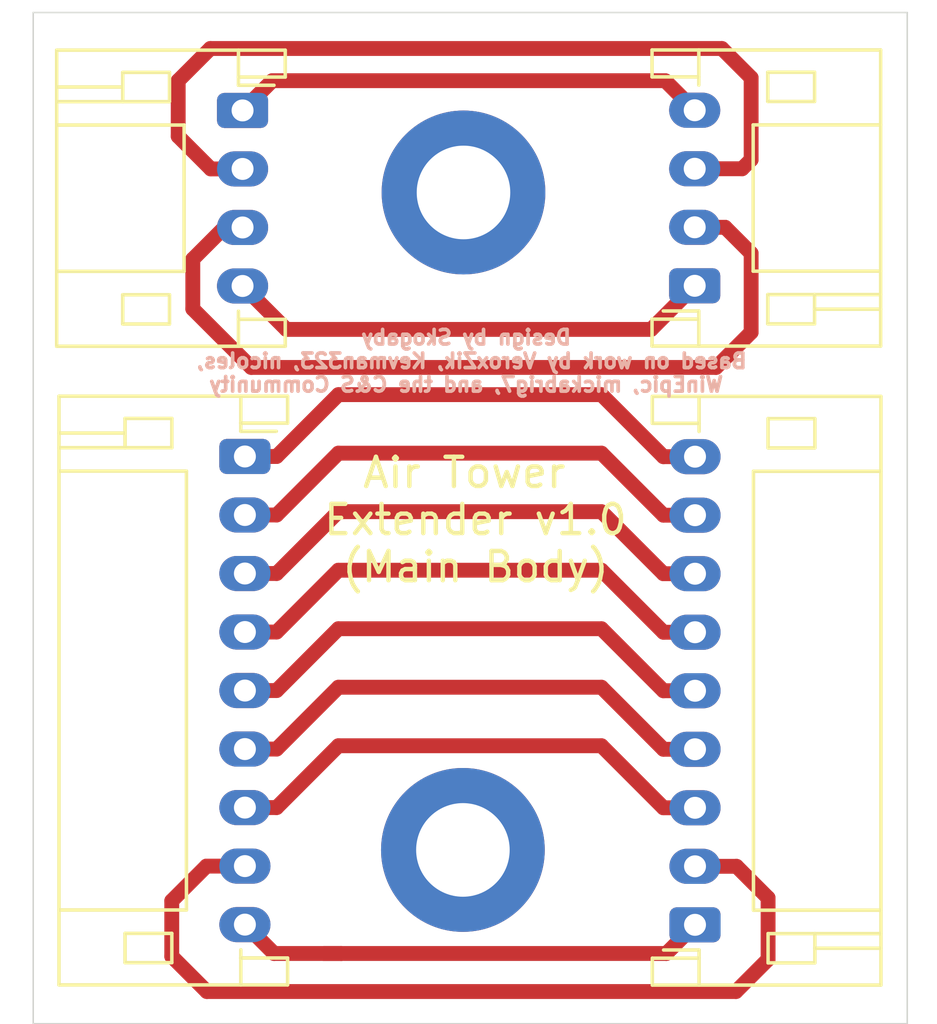
<source format=kicad_pcb>
(kicad_pcb (version 20171130) (host pcbnew "(5.1.9)-1")

  (general
    (thickness 1.6)
    (drawings 6)
    (tracks 76)
    (zones 0)
    (modules 6)
    (nets 14)
  )

  (page A4)
  (layers
    (0 F.Cu signal)
    (31 B.Cu signal)
    (32 B.Adhes user)
    (33 F.Adhes user)
    (34 B.Paste user)
    (35 F.Paste user)
    (36 B.SilkS user)
    (37 F.SilkS user)
    (38 B.Mask user)
    (39 F.Mask user)
    (40 Dwgs.User user)
    (41 Cmts.User user)
    (42 Eco1.User user)
    (43 Eco2.User user)
    (44 Edge.Cuts user)
    (45 Margin user)
    (46 B.CrtYd user)
    (47 F.CrtYd user)
    (48 B.Fab user)
    (49 F.Fab user)
  )

  (setup
    (last_trace_width 0.25)
    (user_trace_width 0.508)
    (trace_clearance 0.2)
    (zone_clearance 0.508)
    (zone_45_only no)
    (trace_min 0.2)
    (via_size 0.8)
    (via_drill 0.4)
    (via_min_size 0.4)
    (via_min_drill 0.3)
    (uvia_size 0.3)
    (uvia_drill 0.1)
    (uvias_allowed no)
    (uvia_min_size 0.2)
    (uvia_min_drill 0.1)
    (edge_width 0.05)
    (segment_width 0.2)
    (pcb_text_width 0.3)
    (pcb_text_size 1.5 1.5)
    (mod_edge_width 0.12)
    (mod_text_size 1 1)
    (mod_text_width 0.15)
    (pad_size 1.524 1.524)
    (pad_drill 0.762)
    (pad_to_mask_clearance 0)
    (aux_axis_origin 0 0)
    (visible_elements 7FFFFFFF)
    (pcbplotparams
      (layerselection 0x010fc_ffffffff)
      (usegerberextensions false)
      (usegerberattributes true)
      (usegerberadvancedattributes true)
      (creategerberjobfile true)
      (excludeedgelayer true)
      (linewidth 0.100000)
      (plotframeref false)
      (viasonmask false)
      (mode 1)
      (useauxorigin false)
      (hpglpennumber 1)
      (hpglpenspeed 20)
      (hpglpendiameter 15.000000)
      (psnegative false)
      (psa4output false)
      (plotreference true)
      (plotvalue true)
      (plotinvisibletext false)
      (padsonsilk false)
      (subtractmaskfromsilk false)
      (outputformat 1)
      (mirror false)
      (drillshape 0)
      (scaleselection 1)
      (outputdirectory "gerbers/"))
  )

  (net 0 "")
  (net 1 "Net-(J1-Pad4)")
  (net 2 "Net-(J1-Pad3)")
  (net 3 "Net-(J1-Pad2)")
  (net 4 "Net-(J1-Pad1)")
  (net 5 "Net-(J3-Pad8)")
  (net 6 "Net-(J3-Pad7)")
  (net 7 "Net-(J3-Pad6)")
  (net 8 "Net-(J3-Pad5)")
  (net 9 "Net-(J3-Pad4)")
  (net 10 "Net-(J3-Pad3)")
  (net 11 "Net-(J3-Pad2)")
  (net 12 "Net-(J3-Pad1)")
  (net 13 "Net-(J3-Pad9)")

  (net_class Default "This is the default net class."
    (clearance 0.2)
    (trace_width 0.25)
    (via_dia 0.8)
    (via_drill 0.4)
    (uvia_dia 0.3)
    (uvia_drill 0.1)
    (add_net "Net-(J1-Pad1)")
    (add_net "Net-(J1-Pad2)")
    (add_net "Net-(J1-Pad3)")
    (add_net "Net-(J1-Pad4)")
    (add_net "Net-(J3-Pad1)")
    (add_net "Net-(J3-Pad2)")
    (add_net "Net-(J3-Pad3)")
    (add_net "Net-(J3-Pad4)")
    (add_net "Net-(J3-Pad5)")
    (add_net "Net-(J3-Pad6)")
    (add_net "Net-(J3-Pad7)")
    (add_net "Net-(J3-Pad8)")
    (add_net "Net-(J3-Pad9)")
  )

  (module Connector_JST:JST_PH_S9B-PH-K_1x09_P2.00mm_Horizontal (layer F.Cu) (tedit 5B7745C6) (tstamp 60431777)
    (at 82.2 75.12 90)
    (descr "JST PH series connector, S9B-PH-K (http://www.jst-mfg.com/product/pdf/eng/ePH.pdf), generated with kicad-footprint-generator")
    (tags "connector JST PH top entry")
    (path /604266B7)
    (fp_text reference J4 (at 8 -2.55 90) (layer F.SilkS) hide
      (effects (font (size 1 1) (thickness 0.15)))
    )
    (fp_text value Conn_01x09_Male (at 8 7.45 90) (layer F.Fab)
      (effects (font (size 1 1) (thickness 0.15)))
    )
    (fp_line (start 0.5 1.375) (end 0 0.875) (layer F.Fab) (width 0.1))
    (fp_line (start -0.5 1.375) (end 0.5 1.375) (layer F.Fab) (width 0.1))
    (fp_line (start 0 0.875) (end -0.5 1.375) (layer F.Fab) (width 0.1))
    (fp_line (start -0.86 0.14) (end -0.86 -1.075) (layer F.SilkS) (width 0.12))
    (fp_line (start 17.25 0.25) (end -1.25 0.25) (layer F.Fab) (width 0.1))
    (fp_line (start 17.25 -1.35) (end 17.25 0.25) (layer F.Fab) (width 0.1))
    (fp_line (start 17.95 -1.35) (end 17.25 -1.35) (layer F.Fab) (width 0.1))
    (fp_line (start 17.95 6.25) (end 17.95 -1.35) (layer F.Fab) (width 0.1))
    (fp_line (start -1.95 6.25) (end 17.95 6.25) (layer F.Fab) (width 0.1))
    (fp_line (start -1.95 -1.35) (end -1.95 6.25) (layer F.Fab) (width 0.1))
    (fp_line (start -1.25 -1.35) (end -1.95 -1.35) (layer F.Fab) (width 0.1))
    (fp_line (start -1.25 0.25) (end -1.25 -1.35) (layer F.Fab) (width 0.1))
    (fp_line (start 18.45 -1.85) (end -2.45 -1.85) (layer F.CrtYd) (width 0.05))
    (fp_line (start 18.45 6.75) (end 18.45 -1.85) (layer F.CrtYd) (width 0.05))
    (fp_line (start -2.45 6.75) (end 18.45 6.75) (layer F.CrtYd) (width 0.05))
    (fp_line (start -2.45 -1.85) (end -2.45 6.75) (layer F.CrtYd) (width 0.05))
    (fp_line (start -0.8 4.1) (end -0.8 6.36) (layer F.SilkS) (width 0.12))
    (fp_line (start -0.3 4.1) (end -0.3 6.36) (layer F.SilkS) (width 0.12))
    (fp_line (start 16.3 2.5) (end 17.3 2.5) (layer F.SilkS) (width 0.12))
    (fp_line (start 16.3 4.1) (end 16.3 2.5) (layer F.SilkS) (width 0.12))
    (fp_line (start 17.3 4.1) (end 16.3 4.1) (layer F.SilkS) (width 0.12))
    (fp_line (start 17.3 2.5) (end 17.3 4.1) (layer F.SilkS) (width 0.12))
    (fp_line (start -0.3 2.5) (end -1.3 2.5) (layer F.SilkS) (width 0.12))
    (fp_line (start -0.3 4.1) (end -0.3 2.5) (layer F.SilkS) (width 0.12))
    (fp_line (start -1.3 4.1) (end -0.3 4.1) (layer F.SilkS) (width 0.12))
    (fp_line (start -1.3 2.5) (end -1.3 4.1) (layer F.SilkS) (width 0.12))
    (fp_line (start 18.06 0.14) (end 17.14 0.14) (layer F.SilkS) (width 0.12))
    (fp_line (start -2.06 0.14) (end -1.14 0.14) (layer F.SilkS) (width 0.12))
    (fp_line (start 15.5 2) (end 15.5 6.36) (layer F.SilkS) (width 0.12))
    (fp_line (start 0.5 2) (end 15.5 2) (layer F.SilkS) (width 0.12))
    (fp_line (start 0.5 6.36) (end 0.5 2) (layer F.SilkS) (width 0.12))
    (fp_line (start 17.14 0.14) (end 16.86 0.14) (layer F.SilkS) (width 0.12))
    (fp_line (start 17.14 -1.46) (end 17.14 0.14) (layer F.SilkS) (width 0.12))
    (fp_line (start 18.06 -1.46) (end 17.14 -1.46) (layer F.SilkS) (width 0.12))
    (fp_line (start 18.06 6.36) (end 18.06 -1.46) (layer F.SilkS) (width 0.12))
    (fp_line (start -2.06 6.36) (end 18.06 6.36) (layer F.SilkS) (width 0.12))
    (fp_line (start -2.06 -1.46) (end -2.06 6.36) (layer F.SilkS) (width 0.12))
    (fp_line (start -1.14 -1.46) (end -2.06 -1.46) (layer F.SilkS) (width 0.12))
    (fp_line (start -1.14 0.14) (end -1.14 -1.46) (layer F.SilkS) (width 0.12))
    (fp_line (start -0.86 0.14) (end -1.14 0.14) (layer F.SilkS) (width 0.12))
    (fp_text user %R (at 8 2.5 90) (layer F.Fab)
      (effects (font (size 1 1) (thickness 0.15)))
    )
    (pad 9 thru_hole oval (at 16 0 90) (size 1.2 1.75) (drill 0.75) (layers *.Cu *.Mask)
      (net 12 "Net-(J3-Pad1)"))
    (pad 8 thru_hole oval (at 14 0 90) (size 1.2 1.75) (drill 0.75) (layers *.Cu *.Mask)
      (net 11 "Net-(J3-Pad2)"))
    (pad 7 thru_hole oval (at 12 0 90) (size 1.2 1.75) (drill 0.75) (layers *.Cu *.Mask)
      (net 10 "Net-(J3-Pad3)"))
    (pad 6 thru_hole oval (at 10 0 90) (size 1.2 1.75) (drill 0.75) (layers *.Cu *.Mask)
      (net 9 "Net-(J3-Pad4)"))
    (pad 5 thru_hole oval (at 8 0 90) (size 1.2 1.75) (drill 0.75) (layers *.Cu *.Mask)
      (net 8 "Net-(J3-Pad5)"))
    (pad 4 thru_hole oval (at 6 0 90) (size 1.2 1.75) (drill 0.75) (layers *.Cu *.Mask)
      (net 7 "Net-(J3-Pad6)"))
    (pad 3 thru_hole oval (at 4 0 90) (size 1.2 1.75) (drill 0.75) (layers *.Cu *.Mask)
      (net 6 "Net-(J3-Pad7)"))
    (pad 2 thru_hole oval (at 2 0 90) (size 1.2 1.75) (drill 0.75) (layers *.Cu *.Mask)
      (net 5 "Net-(J3-Pad8)"))
    (pad 1 thru_hole roundrect (at 0 0 90) (size 1.2 1.75) (drill 0.75) (layers *.Cu *.Mask) (roundrect_rratio 0.2083325)
      (net 13 "Net-(J3-Pad9)"))
    (model ${KISYS3DMOD}/Connector_JST.3dshapes/JST_PH_S9B-PH-K_1x09_P2.00mm_Horizontal.wrl
      (at (xyz 0 0 0))
      (scale (xyz 1 1 1))
      (rotate (xyz 0 0 0))
    )
  )

  (module Connector_JST:JST_PH_S4B-PH-K_1x04_P2.00mm_Horizontal (layer F.Cu) (tedit 5B7745C6) (tstamp 60430E9E)
    (at 82.19 53.28 90)
    (descr "JST PH series connector, S4B-PH-K (http://www.jst-mfg.com/product/pdf/eng/ePH.pdf), generated with kicad-footprint-generator")
    (tags "connector JST PH top entry")
    (path /6042AB66)
    (fp_text reference J2 (at 3 -2.55 90) (layer F.SilkS) hide
      (effects (font (size 1 1) (thickness 0.15)))
    )
    (fp_text value Conn_01x04_Male (at 3 7.45 90) (layer F.Fab)
      (effects (font (size 1 1) (thickness 0.15)))
    )
    (fp_line (start 0.5 1.375) (end 0 0.875) (layer F.Fab) (width 0.1))
    (fp_line (start -0.5 1.375) (end 0.5 1.375) (layer F.Fab) (width 0.1))
    (fp_line (start 0 0.875) (end -0.5 1.375) (layer F.Fab) (width 0.1))
    (fp_line (start -0.86 0.14) (end -0.86 -1.075) (layer F.SilkS) (width 0.12))
    (fp_line (start 7.25 0.25) (end -1.25 0.25) (layer F.Fab) (width 0.1))
    (fp_line (start 7.25 -1.35) (end 7.25 0.25) (layer F.Fab) (width 0.1))
    (fp_line (start 7.95 -1.35) (end 7.25 -1.35) (layer F.Fab) (width 0.1))
    (fp_line (start 7.95 6.25) (end 7.95 -1.35) (layer F.Fab) (width 0.1))
    (fp_line (start -1.95 6.25) (end 7.95 6.25) (layer F.Fab) (width 0.1))
    (fp_line (start -1.95 -1.35) (end -1.95 6.25) (layer F.Fab) (width 0.1))
    (fp_line (start -1.25 -1.35) (end -1.95 -1.35) (layer F.Fab) (width 0.1))
    (fp_line (start -1.25 0.25) (end -1.25 -1.35) (layer F.Fab) (width 0.1))
    (fp_line (start 8.45 -1.85) (end -2.45 -1.85) (layer F.CrtYd) (width 0.05))
    (fp_line (start 8.45 6.75) (end 8.45 -1.85) (layer F.CrtYd) (width 0.05))
    (fp_line (start -2.45 6.75) (end 8.45 6.75) (layer F.CrtYd) (width 0.05))
    (fp_line (start -2.45 -1.85) (end -2.45 6.75) (layer F.CrtYd) (width 0.05))
    (fp_line (start -0.8 4.1) (end -0.8 6.36) (layer F.SilkS) (width 0.12))
    (fp_line (start -0.3 4.1) (end -0.3 6.36) (layer F.SilkS) (width 0.12))
    (fp_line (start 6.3 2.5) (end 7.3 2.5) (layer F.SilkS) (width 0.12))
    (fp_line (start 6.3 4.1) (end 6.3 2.5) (layer F.SilkS) (width 0.12))
    (fp_line (start 7.3 4.1) (end 6.3 4.1) (layer F.SilkS) (width 0.12))
    (fp_line (start 7.3 2.5) (end 7.3 4.1) (layer F.SilkS) (width 0.12))
    (fp_line (start -0.3 2.5) (end -1.3 2.5) (layer F.SilkS) (width 0.12))
    (fp_line (start -0.3 4.1) (end -0.3 2.5) (layer F.SilkS) (width 0.12))
    (fp_line (start -1.3 4.1) (end -0.3 4.1) (layer F.SilkS) (width 0.12))
    (fp_line (start -1.3 2.5) (end -1.3 4.1) (layer F.SilkS) (width 0.12))
    (fp_line (start 8.06 0.14) (end 7.14 0.14) (layer F.SilkS) (width 0.12))
    (fp_line (start -2.06 0.14) (end -1.14 0.14) (layer F.SilkS) (width 0.12))
    (fp_line (start 5.5 2) (end 5.5 6.36) (layer F.SilkS) (width 0.12))
    (fp_line (start 0.5 2) (end 5.5 2) (layer F.SilkS) (width 0.12))
    (fp_line (start 0.5 6.36) (end 0.5 2) (layer F.SilkS) (width 0.12))
    (fp_line (start 7.14 0.14) (end 6.86 0.14) (layer F.SilkS) (width 0.12))
    (fp_line (start 7.14 -1.46) (end 7.14 0.14) (layer F.SilkS) (width 0.12))
    (fp_line (start 8.06 -1.46) (end 7.14 -1.46) (layer F.SilkS) (width 0.12))
    (fp_line (start 8.06 6.36) (end 8.06 -1.46) (layer F.SilkS) (width 0.12))
    (fp_line (start -2.06 6.36) (end 8.06 6.36) (layer F.SilkS) (width 0.12))
    (fp_line (start -2.06 -1.46) (end -2.06 6.36) (layer F.SilkS) (width 0.12))
    (fp_line (start -1.14 -1.46) (end -2.06 -1.46) (layer F.SilkS) (width 0.12))
    (fp_line (start -1.14 0.14) (end -1.14 -1.46) (layer F.SilkS) (width 0.12))
    (fp_line (start -0.86 0.14) (end -1.14 0.14) (layer F.SilkS) (width 0.12))
    (fp_text user %R (at 3 2.5 90) (layer F.Fab)
      (effects (font (size 1 1) (thickness 0.15)))
    )
    (pad 4 thru_hole oval (at 6 0 90) (size 1.2 1.75) (drill 0.75) (layers *.Cu *.Mask)
      (net 4 "Net-(J1-Pad1)"))
    (pad 3 thru_hole oval (at 4 0 90) (size 1.2 1.75) (drill 0.75) (layers *.Cu *.Mask)
      (net 3 "Net-(J1-Pad2)"))
    (pad 2 thru_hole oval (at 2 0 90) (size 1.2 1.75) (drill 0.75) (layers *.Cu *.Mask)
      (net 2 "Net-(J1-Pad3)"))
    (pad 1 thru_hole roundrect (at 0 0 90) (size 1.2 1.75) (drill 0.75) (layers *.Cu *.Mask) (roundrect_rratio 0.2083325)
      (net 1 "Net-(J1-Pad4)"))
    (model ${KISYS3DMOD}/Connector_JST.3dshapes/JST_PH_S4B-PH-K_1x04_P2.00mm_Horizontal.wrl
      (at (xyz 0 0 0))
      (scale (xyz 1 1 1))
      (rotate (xyz 0 0 0))
    )
  )

  (module MountingHole:MountingHole_3.2mm_M3_DIN965_Pad (layer F.Cu) (tedit 56D1B4CB) (tstamp 6043260D)
    (at 74.26 72.56)
    (descr "Mounting Hole 3.2mm, M3, DIN965")
    (tags "mounting hole 3.2mm m3 din965")
    (path /6043F0F9)
    (attr virtual)
    (fp_text reference H2 (at 0 -3.8) (layer F.SilkS) hide
      (effects (font (size 1 1) (thickness 0.15)))
    )
    (fp_text value MountingHole (at 0 3.8) (layer F.Fab)
      (effects (font (size 1 1) (thickness 0.15)))
    )
    (fp_circle (center 0 0) (end 3.05 0) (layer F.CrtYd) (width 0.05))
    (fp_circle (center 0 0) (end 2.8 0) (layer Cmts.User) (width 0.15))
    (fp_text user %R (at 0.3 0) (layer F.Fab)
      (effects (font (size 1 1) (thickness 0.15)))
    )
    (pad 1 thru_hole circle (at 0 0) (size 5.6 5.6) (drill 3.2) (layers *.Cu *.Mask))
  )

  (module MountingHole:MountingHole_3.2mm_M3_DIN965_Pad (layer F.Cu) (tedit 56D1B4CB) (tstamp 60432432)
    (at 74.28 50.09)
    (descr "Mounting Hole 3.2mm, M3, DIN965")
    (tags "mounting hole 3.2mm m3 din965")
    (path /6043F2C7)
    (attr virtual)
    (fp_text reference H1 (at 0 -3.8) (layer F.SilkS) hide
      (effects (font (size 1 1) (thickness 0.15)))
    )
    (fp_text value MountingHole (at 0 3.8) (layer F.Fab)
      (effects (font (size 1 1) (thickness 0.15)))
    )
    (fp_circle (center 0 0) (end 3.05 0) (layer F.CrtYd) (width 0.05))
    (fp_circle (center 0 0) (end 2.8 0) (layer Cmts.User) (width 0.15))
    (fp_text user %R (at 0.3 0) (layer F.Fab)
      (effects (font (size 1 1) (thickness 0.15)))
    )
    (pad 1 thru_hole circle (at 0 0) (size 5.6 5.6) (drill 3.2) (layers *.Cu *.Mask))
  )

  (module Connector_JST:JST_PH_S9B-PH-K_1x09_P2.00mm_Horizontal (layer F.Cu) (tedit 5B7745C6) (tstamp 60430ED4)
    (at 66.802 59.113 270)
    (descr "JST PH series connector, S9B-PH-K (http://www.jst-mfg.com/product/pdf/eng/ePH.pdf), generated with kicad-footprint-generator")
    (tags "connector JST PH top entry")
    (path /6042780D)
    (fp_text reference J3 (at 8 -2.55 90) (layer F.SilkS) hide
      (effects (font (size 1 1) (thickness 0.15)))
    )
    (fp_text value Conn_01x09_Male (at 8 7.45 90) (layer F.Fab)
      (effects (font (size 1 1) (thickness 0.15)))
    )
    (fp_line (start 0.5 1.375) (end 0 0.875) (layer F.Fab) (width 0.1))
    (fp_line (start -0.5 1.375) (end 0.5 1.375) (layer F.Fab) (width 0.1))
    (fp_line (start 0 0.875) (end -0.5 1.375) (layer F.Fab) (width 0.1))
    (fp_line (start -0.86 0.14) (end -0.86 -1.075) (layer F.SilkS) (width 0.12))
    (fp_line (start 17.25 0.25) (end -1.25 0.25) (layer F.Fab) (width 0.1))
    (fp_line (start 17.25 -1.35) (end 17.25 0.25) (layer F.Fab) (width 0.1))
    (fp_line (start 17.95 -1.35) (end 17.25 -1.35) (layer F.Fab) (width 0.1))
    (fp_line (start 17.95 6.25) (end 17.95 -1.35) (layer F.Fab) (width 0.1))
    (fp_line (start -1.95 6.25) (end 17.95 6.25) (layer F.Fab) (width 0.1))
    (fp_line (start -1.95 -1.35) (end -1.95 6.25) (layer F.Fab) (width 0.1))
    (fp_line (start -1.25 -1.35) (end -1.95 -1.35) (layer F.Fab) (width 0.1))
    (fp_line (start -1.25 0.25) (end -1.25 -1.35) (layer F.Fab) (width 0.1))
    (fp_line (start 18.45 -1.85) (end -2.45 -1.85) (layer F.CrtYd) (width 0.05))
    (fp_line (start 18.45 6.75) (end 18.45 -1.85) (layer F.CrtYd) (width 0.05))
    (fp_line (start -2.45 6.75) (end 18.45 6.75) (layer F.CrtYd) (width 0.05))
    (fp_line (start -2.45 -1.85) (end -2.45 6.75) (layer F.CrtYd) (width 0.05))
    (fp_line (start -0.8 4.1) (end -0.8 6.36) (layer F.SilkS) (width 0.12))
    (fp_line (start -0.3 4.1) (end -0.3 6.36) (layer F.SilkS) (width 0.12))
    (fp_line (start 16.3 2.5) (end 17.3 2.5) (layer F.SilkS) (width 0.12))
    (fp_line (start 16.3 4.1) (end 16.3 2.5) (layer F.SilkS) (width 0.12))
    (fp_line (start 17.3 4.1) (end 16.3 4.1) (layer F.SilkS) (width 0.12))
    (fp_line (start 17.3 2.5) (end 17.3 4.1) (layer F.SilkS) (width 0.12))
    (fp_line (start -0.3 2.5) (end -1.3 2.5) (layer F.SilkS) (width 0.12))
    (fp_line (start -0.3 4.1) (end -0.3 2.5) (layer F.SilkS) (width 0.12))
    (fp_line (start -1.3 4.1) (end -0.3 4.1) (layer F.SilkS) (width 0.12))
    (fp_line (start -1.3 2.5) (end -1.3 4.1) (layer F.SilkS) (width 0.12))
    (fp_line (start 18.06 0.14) (end 17.14 0.14) (layer F.SilkS) (width 0.12))
    (fp_line (start -2.06 0.14) (end -1.14 0.14) (layer F.SilkS) (width 0.12))
    (fp_line (start 15.5 2) (end 15.5 6.36) (layer F.SilkS) (width 0.12))
    (fp_line (start 0.5 2) (end 15.5 2) (layer F.SilkS) (width 0.12))
    (fp_line (start 0.5 6.36) (end 0.5 2) (layer F.SilkS) (width 0.12))
    (fp_line (start 17.14 0.14) (end 16.86 0.14) (layer F.SilkS) (width 0.12))
    (fp_line (start 17.14 -1.46) (end 17.14 0.14) (layer F.SilkS) (width 0.12))
    (fp_line (start 18.06 -1.46) (end 17.14 -1.46) (layer F.SilkS) (width 0.12))
    (fp_line (start 18.06 6.36) (end 18.06 -1.46) (layer F.SilkS) (width 0.12))
    (fp_line (start -2.06 6.36) (end 18.06 6.36) (layer F.SilkS) (width 0.12))
    (fp_line (start -2.06 -1.46) (end -2.06 6.36) (layer F.SilkS) (width 0.12))
    (fp_line (start -1.14 -1.46) (end -2.06 -1.46) (layer F.SilkS) (width 0.12))
    (fp_line (start -1.14 0.14) (end -1.14 -1.46) (layer F.SilkS) (width 0.12))
    (fp_line (start -0.86 0.14) (end -1.14 0.14) (layer F.SilkS) (width 0.12))
    (fp_text user %R (at 8 2.5 90) (layer F.Fab)
      (effects (font (size 1 1) (thickness 0.15)))
    )
    (pad 9 thru_hole oval (at 16 0 270) (size 1.2 1.75) (drill 0.75) (layers *.Cu *.Mask)
      (net 13 "Net-(J3-Pad9)"))
    (pad 8 thru_hole oval (at 14 0 270) (size 1.2 1.75) (drill 0.75) (layers *.Cu *.Mask)
      (net 5 "Net-(J3-Pad8)"))
    (pad 7 thru_hole oval (at 12 0 270) (size 1.2 1.75) (drill 0.75) (layers *.Cu *.Mask)
      (net 6 "Net-(J3-Pad7)"))
    (pad 6 thru_hole oval (at 10 0 270) (size 1.2 1.75) (drill 0.75) (layers *.Cu *.Mask)
      (net 7 "Net-(J3-Pad6)"))
    (pad 5 thru_hole oval (at 8 0 270) (size 1.2 1.75) (drill 0.75) (layers *.Cu *.Mask)
      (net 8 "Net-(J3-Pad5)"))
    (pad 4 thru_hole oval (at 6 0 270) (size 1.2 1.75) (drill 0.75) (layers *.Cu *.Mask)
      (net 9 "Net-(J3-Pad4)"))
    (pad 3 thru_hole oval (at 4 0 270) (size 1.2 1.75) (drill 0.75) (layers *.Cu *.Mask)
      (net 10 "Net-(J3-Pad3)"))
    (pad 2 thru_hole oval (at 2 0 270) (size 1.2 1.75) (drill 0.75) (layers *.Cu *.Mask)
      (net 11 "Net-(J3-Pad2)"))
    (pad 1 thru_hole roundrect (at 0 0 270) (size 1.2 1.75) (drill 0.75) (layers *.Cu *.Mask) (roundrect_rratio 0.2083325)
      (net 12 "Net-(J3-Pad1)"))
    (model ${KISYS3DMOD}/Connector_JST.3dshapes/JST_PH_S9B-PH-K_1x09_P2.00mm_Horizontal.wrl
      (at (xyz 0 0 0))
      (scale (xyz 1 1 1))
      (rotate (xyz 0 0 0))
    )
  )

  (module Connector_JST:JST_PH_S4B-PH-K_1x04_P2.00mm_Horizontal (layer F.Cu) (tedit 5B7745C6) (tstamp 60430E6D)
    (at 66.722 47.286 270)
    (descr "JST PH series connector, S4B-PH-K (http://www.jst-mfg.com/product/pdf/eng/ePH.pdf), generated with kicad-footprint-generator")
    (tags "connector JST PH top entry")
    (path /6042C953)
    (fp_text reference J1 (at 3 -2.55 90) (layer F.SilkS) hide
      (effects (font (size 1 1) (thickness 0.15)))
    )
    (fp_text value Conn_01x04_Male (at 3 7.45 90) (layer F.Fab)
      (effects (font (size 1 1) (thickness 0.15)))
    )
    (fp_line (start 0.5 1.375) (end 0 0.875) (layer F.Fab) (width 0.1))
    (fp_line (start -0.5 1.375) (end 0.5 1.375) (layer F.Fab) (width 0.1))
    (fp_line (start 0 0.875) (end -0.5 1.375) (layer F.Fab) (width 0.1))
    (fp_line (start -0.86 0.14) (end -0.86 -1.075) (layer F.SilkS) (width 0.12))
    (fp_line (start 7.25 0.25) (end -1.25 0.25) (layer F.Fab) (width 0.1))
    (fp_line (start 7.25 -1.35) (end 7.25 0.25) (layer F.Fab) (width 0.1))
    (fp_line (start 7.95 -1.35) (end 7.25 -1.35) (layer F.Fab) (width 0.1))
    (fp_line (start 7.95 6.25) (end 7.95 -1.35) (layer F.Fab) (width 0.1))
    (fp_line (start -1.95 6.25) (end 7.95 6.25) (layer F.Fab) (width 0.1))
    (fp_line (start -1.95 -1.35) (end -1.95 6.25) (layer F.Fab) (width 0.1))
    (fp_line (start -1.25 -1.35) (end -1.95 -1.35) (layer F.Fab) (width 0.1))
    (fp_line (start -1.25 0.25) (end -1.25 -1.35) (layer F.Fab) (width 0.1))
    (fp_line (start 8.45 -1.85) (end -2.45 -1.85) (layer F.CrtYd) (width 0.05))
    (fp_line (start 8.45 6.75) (end 8.45 -1.85) (layer F.CrtYd) (width 0.05))
    (fp_line (start -2.45 6.75) (end 8.45 6.75) (layer F.CrtYd) (width 0.05))
    (fp_line (start -2.45 -1.85) (end -2.45 6.75) (layer F.CrtYd) (width 0.05))
    (fp_line (start -0.8 4.1) (end -0.8 6.36) (layer F.SilkS) (width 0.12))
    (fp_line (start -0.3 4.1) (end -0.3 6.36) (layer F.SilkS) (width 0.12))
    (fp_line (start 6.3 2.5) (end 7.3 2.5) (layer F.SilkS) (width 0.12))
    (fp_line (start 6.3 4.1) (end 6.3 2.5) (layer F.SilkS) (width 0.12))
    (fp_line (start 7.3 4.1) (end 6.3 4.1) (layer F.SilkS) (width 0.12))
    (fp_line (start 7.3 2.5) (end 7.3 4.1) (layer F.SilkS) (width 0.12))
    (fp_line (start -0.3 2.5) (end -1.3 2.5) (layer F.SilkS) (width 0.12))
    (fp_line (start -0.3 4.1) (end -0.3 2.5) (layer F.SilkS) (width 0.12))
    (fp_line (start -1.3 4.1) (end -0.3 4.1) (layer F.SilkS) (width 0.12))
    (fp_line (start -1.3 2.5) (end -1.3 4.1) (layer F.SilkS) (width 0.12))
    (fp_line (start 8.06 0.14) (end 7.14 0.14) (layer F.SilkS) (width 0.12))
    (fp_line (start -2.06 0.14) (end -1.14 0.14) (layer F.SilkS) (width 0.12))
    (fp_line (start 5.5 2) (end 5.5 6.36) (layer F.SilkS) (width 0.12))
    (fp_line (start 0.5 2) (end 5.5 2) (layer F.SilkS) (width 0.12))
    (fp_line (start 0.5 6.36) (end 0.5 2) (layer F.SilkS) (width 0.12))
    (fp_line (start 7.14 0.14) (end 6.86 0.14) (layer F.SilkS) (width 0.12))
    (fp_line (start 7.14 -1.46) (end 7.14 0.14) (layer F.SilkS) (width 0.12))
    (fp_line (start 8.06 -1.46) (end 7.14 -1.46) (layer F.SilkS) (width 0.12))
    (fp_line (start 8.06 6.36) (end 8.06 -1.46) (layer F.SilkS) (width 0.12))
    (fp_line (start -2.06 6.36) (end 8.06 6.36) (layer F.SilkS) (width 0.12))
    (fp_line (start -2.06 -1.46) (end -2.06 6.36) (layer F.SilkS) (width 0.12))
    (fp_line (start -1.14 -1.46) (end -2.06 -1.46) (layer F.SilkS) (width 0.12))
    (fp_line (start -1.14 0.14) (end -1.14 -1.46) (layer F.SilkS) (width 0.12))
    (fp_line (start -0.86 0.14) (end -1.14 0.14) (layer F.SilkS) (width 0.12))
    (fp_text user %R (at 3 2.5 90) (layer F.Fab)
      (effects (font (size 1 1) (thickness 0.15)))
    )
    (pad 4 thru_hole oval (at 6 0 270) (size 1.2 1.75) (drill 0.75) (layers *.Cu *.Mask)
      (net 1 "Net-(J1-Pad4)"))
    (pad 3 thru_hole oval (at 4 0 270) (size 1.2 1.75) (drill 0.75) (layers *.Cu *.Mask)
      (net 2 "Net-(J1-Pad3)"))
    (pad 2 thru_hole oval (at 2 0 270) (size 1.2 1.75) (drill 0.75) (layers *.Cu *.Mask)
      (net 3 "Net-(J1-Pad2)"))
    (pad 1 thru_hole roundrect (at 0 0 270) (size 1.2 1.75) (drill 0.75) (layers *.Cu *.Mask) (roundrect_rratio 0.2083325)
      (net 4 "Net-(J1-Pad1)"))
    (model ${KISYS3DMOD}/Connector_JST.3dshapes/JST_PH_S4B-PH-K_1x04_P2.00mm_Horizontal.wrl
      (at (xyz 0 0 0))
      (scale (xyz 1 1 1))
      (rotate (xyz 0 0 0))
    )
  )

  (gr_text "Design by Skogaby\nBased on work by VeroxZik, Kevman323, nicoles, \nWinEpic, mickabrig7, and the C&S Community" (at 74.37 55.85) (layer B.SilkS)
    (effects (font (size 0.5 0.5) (thickness 0.125)) (justify mirror))
  )
  (gr_text "Air Tower \nExtender v1.0\n(Main Body)" (at 74.69 61.2775) (layer F.SilkS) (tstamp 604518BA)
    (effects (font (size 1 1) (thickness 0.15)))
  )
  (gr_line (start 59.56 78.5) (end 59.56 43.94) (layer Edge.Cuts) (width 0.05) (tstamp 6043181A))
  (gr_line (start 89.46 78.5) (end 59.56 78.5) (layer Edge.Cuts) (width 0.05))
  (gr_line (start 89.46 43.94) (end 89.46 78.5) (layer Edge.Cuts) (width 0.05))
  (gr_line (start 59.56 43.94) (end 89.46 43.94) (layer Edge.Cuts) (width 0.05))

  (segment (start 66.722 53.286) (end 66.736 53.286) (width 0.508) (layer F.Cu) (net 1))
  (segment (start 66.736 53.286) (end 68.22 54.77) (width 0.508) (layer F.Cu) (net 1))
  (segment (start 80.7 54.77) (end 82.19 53.28) (width 0.508) (layer F.Cu) (net 1))
  (segment (start 68.22 54.77) (end 80.7 54.77) (width 0.508) (layer F.Cu) (net 1))
  (segment (start 83.23 51.28) (end 82.19 51.28) (width 0.508) (layer F.Cu) (net 2))
  (segment (start 84.12 52.17) (end 83.23 51.28) (width 0.508) (layer F.Cu) (net 2))
  (segment (start 82.92 56.07) (end 84.12 54.87) (width 0.508) (layer F.Cu) (net 2))
  (segment (start 67.02 56.07) (end 82.92 56.07) (width 0.508) (layer F.Cu) (net 2))
  (segment (start 65.02 54.07) (end 67.02 56.07) (width 0.508) (layer F.Cu) (net 2))
  (segment (start 65.02 52.37) (end 65.02 54.07) (width 0.508) (layer F.Cu) (net 2))
  (segment (start 66.104 51.286) (end 65.02 52.37) (width 0.508) (layer F.Cu) (net 2))
  (segment (start 84.12 54.87) (end 84.12 52.17) (width 0.508) (layer F.Cu) (net 2))
  (segment (start 66.722 51.286) (end 66.104 51.286) (width 0.508) (layer F.Cu) (net 2))
  (segment (start 83.81 49.28) (end 82.19 49.28) (width 0.508) (layer F.Cu) (net 3))
  (segment (start 84.12 48.97) (end 83.81 49.28) (width 0.508) (layer F.Cu) (net 3))
  (segment (start 65.62 45.17) (end 83.12 45.17) (width 0.508) (layer F.Cu) (net 3))
  (segment (start 64.52 46.27) (end 65.62 45.17) (width 0.508) (layer F.Cu) (net 3))
  (segment (start 84.12 46.17) (end 84.12 48.97) (width 0.508) (layer F.Cu) (net 3))
  (segment (start 64.52 48.17) (end 64.52 46.27) (width 0.508) (layer F.Cu) (net 3))
  (segment (start 83.12 45.17) (end 84.12 46.17) (width 0.508) (layer F.Cu) (net 3))
  (segment (start 65.636 49.286) (end 64.52 48.17) (width 0.508) (layer F.Cu) (net 3))
  (segment (start 66.722 49.286) (end 65.636 49.286) (width 0.508) (layer F.Cu) (net 3))
  (segment (start 66.722 47.286) (end 67.738 46.27) (width 0.508) (layer F.Cu) (net 4))
  (segment (start 81.18 46.27) (end 82.19 47.28) (width 0.508) (layer F.Cu) (net 4))
  (segment (start 67.738 46.27) (end 81.18 46.27) (width 0.508) (layer F.Cu) (net 4))
  (segment (start 84.7 76.3) (end 84.7 74.2) (width 0.508) (layer F.Cu) (net 5))
  (segment (start 83.6 77.4) (end 84.7 76.3) (width 0.508) (layer F.Cu) (net 5))
  (segment (start 83.62 73.12) (end 82.2 73.12) (width 0.508) (layer F.Cu) (net 5))
  (segment (start 65.5 77.4) (end 83.6 77.4) (width 0.508) (layer F.Cu) (net 5))
  (segment (start 64.3 76.2) (end 65.5 77.4) (width 0.508) (layer F.Cu) (net 5))
  (segment (start 64.3 74.3) (end 64.3 76.2) (width 0.508) (layer F.Cu) (net 5))
  (segment (start 84.7 74.2) (end 83.62 73.12) (width 0.508) (layer F.Cu) (net 5))
  (segment (start 65.487 73.113) (end 64.3 74.3) (width 0.508) (layer F.Cu) (net 5))
  (segment (start 66.802 73.113) (end 65.487 73.113) (width 0.508) (layer F.Cu) (net 5))
  (segment (start 66.802 71.113) (end 67.887 71.113) (width 0.508) (layer F.Cu) (net 6))
  (segment (start 67.887 71.113) (end 70 69) (width 0.508) (layer F.Cu) (net 6))
  (segment (start 70 69) (end 79 69) (width 0.508) (layer F.Cu) (net 6))
  (segment (start 81.12 71.12) (end 82.2 71.12) (width 0.508) (layer F.Cu) (net 6))
  (segment (start 79 69) (end 81.12 71.12) (width 0.508) (layer F.Cu) (net 6))
  (segment (start 67.887 69.113) (end 70 67) (width 0.508) (layer F.Cu) (net 7) (tstamp 6046EB26))
  (segment (start 66.802 69.113) (end 67.887 69.113) (width 0.508) (layer F.Cu) (net 7) (tstamp 6046EB27))
  (segment (start 79 67) (end 81.12 69.12) (width 0.508) (layer F.Cu) (net 7) (tstamp 6046EB28))
  (segment (start 81.12 69.12) (end 82.2 69.12) (width 0.508) (layer F.Cu) (net 7) (tstamp 6046EB29))
  (segment (start 70 67) (end 79 67) (width 0.508) (layer F.Cu) (net 7) (tstamp 6046EB2A))
  (segment (start 67.887 67.113) (end 70 65) (width 0.508) (layer F.Cu) (net 8) (tstamp 6046EB26))
  (segment (start 66.802 67.113) (end 67.887 67.113) (width 0.508) (layer F.Cu) (net 8) (tstamp 6046EB27))
  (segment (start 79 65) (end 81.12 67.12) (width 0.508) (layer F.Cu) (net 8) (tstamp 6046EB28))
  (segment (start 81.12 67.12) (end 82.2 67.12) (width 0.508) (layer F.Cu) (net 8) (tstamp 6046EB29))
  (segment (start 70 65) (end 79 65) (width 0.508) (layer F.Cu) (net 8) (tstamp 6046EB2A))
  (segment (start 67.887 65.113) (end 70 63) (width 0.508) (layer F.Cu) (net 9) (tstamp 6046EB26))
  (segment (start 66.802 65.113) (end 67.887 65.113) (width 0.508) (layer F.Cu) (net 9) (tstamp 6046EB27))
  (segment (start 79 63) (end 81.12 65.12) (width 0.508) (layer F.Cu) (net 9) (tstamp 6046EB28))
  (segment (start 81.12 65.12) (end 82.2 65.12) (width 0.508) (layer F.Cu) (net 9) (tstamp 6046EB29))
  (segment (start 70 63) (end 79 63) (width 0.508) (layer F.Cu) (net 9) (tstamp 6046EB2A))
  (segment (start 67.887 63.113) (end 70 61) (width 0.508) (layer F.Cu) (net 10) (tstamp 6046EB26))
  (segment (start 66.802 63.113) (end 67.887 63.113) (width 0.508) (layer F.Cu) (net 10) (tstamp 6046EB27))
  (segment (start 79 61) (end 81.12 63.12) (width 0.508) (layer F.Cu) (net 10) (tstamp 6046EB28))
  (segment (start 81.12 63.12) (end 82.2 63.12) (width 0.508) (layer F.Cu) (net 10) (tstamp 6046EB29))
  (segment (start 70 61) (end 79 61) (width 0.508) (layer F.Cu) (net 10) (tstamp 6046EB2A))
  (segment (start 67.887 61.113) (end 70 59) (width 0.508) (layer F.Cu) (net 11) (tstamp 6046EB26))
  (segment (start 66.802 61.113) (end 67.887 61.113) (width 0.508) (layer F.Cu) (net 11) (tstamp 6046EB27))
  (segment (start 79 59) (end 81.12 61.12) (width 0.508) (layer F.Cu) (net 11) (tstamp 6046EB28))
  (segment (start 81.12 61.12) (end 82.2 61.12) (width 0.508) (layer F.Cu) (net 11) (tstamp 6046EB29))
  (segment (start 70 59) (end 79 59) (width 0.508) (layer F.Cu) (net 11) (tstamp 6046EB2A))
  (segment (start 67.887 59.113) (end 70 57) (width 0.508) (layer F.Cu) (net 12) (tstamp 6046EB26))
  (segment (start 66.802 59.113) (end 67.887 59.113) (width 0.508) (layer F.Cu) (net 12) (tstamp 6046EB27))
  (segment (start 79 57) (end 81.12 59.12) (width 0.508) (layer F.Cu) (net 12) (tstamp 6046EB28))
  (segment (start 81.12 59.12) (end 82.2 59.12) (width 0.508) (layer F.Cu) (net 12) (tstamp 6046EB29))
  (segment (start 70 57) (end 79 57) (width 0.508) (layer F.Cu) (net 12) (tstamp 6046EB2A))
  (segment (start 82.193 59.113) (end 82.2 59.12) (width 0.508) (layer F.Cu) (net 12))
  (segment (start 66.802 75.113) (end 66.813 75.113) (width 0.508) (layer F.Cu) (net 13))
  (segment (start 67.8 76.1) (end 70.1 76.1) (width 0.508) (layer F.Cu) (net 13))
  (segment (start 66.813 75.113) (end 67.8 76.1) (width 0.508) (layer F.Cu) (net 13))
  (segment (start 69.5 76.1) (end 70.1 76.1) (width 0.508) (layer F.Cu) (net 13))
  (segment (start 81.22 76.1) (end 82.2 75.12) (width 0.508) (layer F.Cu) (net 13))
  (segment (start 70.1 76.1) (end 81.22 76.1) (width 0.508) (layer F.Cu) (net 13))

)

</source>
